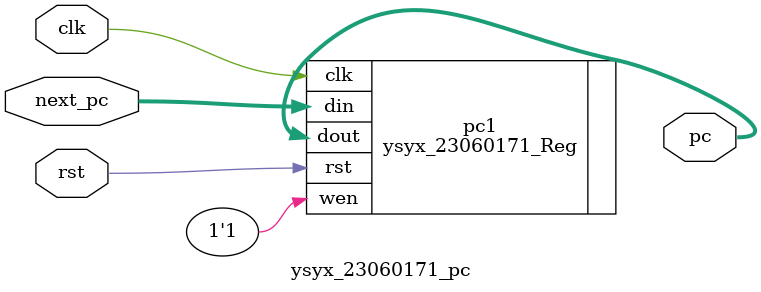
<source format=v>
module ysyx_23060171_pc(
	input clk,
	input rst,
	input [31:0]next_pc,
	output [31:0]pc
);
	ysyx_23060171_Reg #(32,32'h80000000) pc1(
		.clk(clk),
		.rst(rst),
		.din(next_pc),
		.dout(pc),
		.wen(1'b1)
	);	
endmodule

</source>
